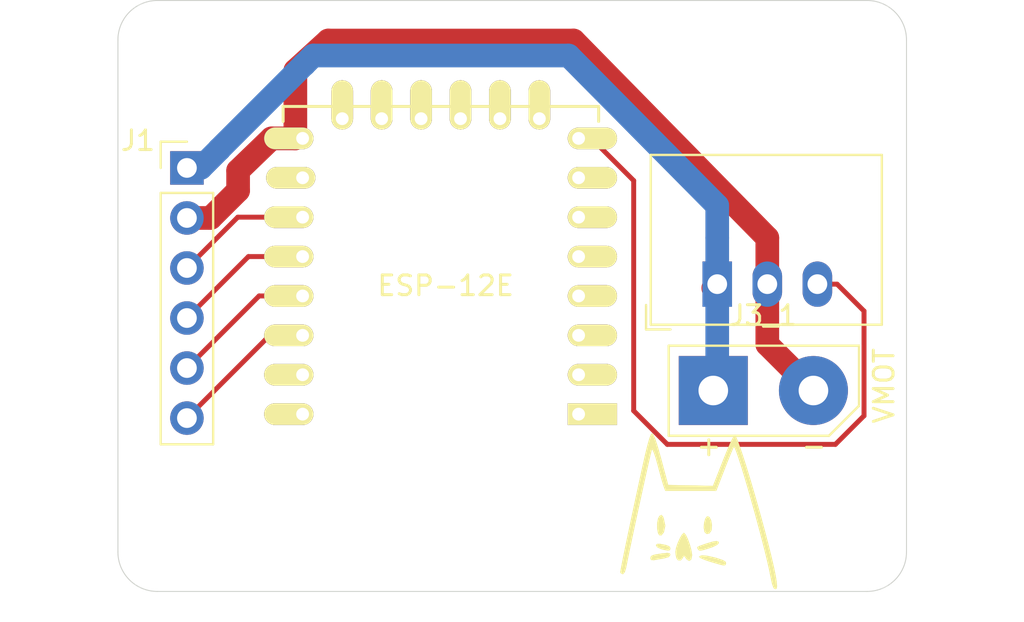
<source format=kicad_pcb>
(kicad_pcb (version 20171130) (host pcbnew "(5.1.5)-3")

  (general
    (thickness 1.6)
    (drawings 15)
    (tracks 42)
    (zones 0)
    (modules 9)
    (nets 8)
  )

  (page A4)
  (layers
    (0 F.Cu signal)
    (31 B.Cu signal)
    (32 B.Adhes user)
    (33 F.Adhes user)
    (34 B.Paste user)
    (35 F.Paste user)
    (36 B.SilkS user)
    (37 F.SilkS user)
    (38 B.Mask user)
    (39 F.Mask user)
    (40 Dwgs.User user)
    (41 Cmts.User user)
    (42 Eco1.User user)
    (43 Eco2.User user)
    (44 Edge.Cuts user)
    (45 Margin user)
    (46 B.CrtYd user)
    (47 F.CrtYd user)
    (48 B.Fab user)
    (49 F.Fab user)
  )

  (setup
    (last_trace_width 0.25)
    (trace_clearance 0.2)
    (zone_clearance 0.508)
    (zone_45_only no)
    (trace_min 0.2)
    (via_size 0.8)
    (via_drill 0.4)
    (via_min_size 0.4)
    (via_min_drill 0.3)
    (uvia_size 0.3)
    (uvia_drill 0.1)
    (uvias_allowed no)
    (uvia_min_size 0.2)
    (uvia_min_drill 0.1)
    (edge_width 0.05)
    (segment_width 0.2)
    (pcb_text_width 0.3)
    (pcb_text_size 1.5 1.5)
    (mod_edge_width 0.12)
    (mod_text_size 1 1)
    (mod_text_width 0.15)
    (pad_size 1.7 1.7)
    (pad_drill 1)
    (pad_to_mask_clearance 0.051)
    (solder_mask_min_width 0.25)
    (aux_axis_origin 50 100)
    (grid_origin 50 100)
    (visible_elements 7FFFFFFF)
    (pcbplotparams
      (layerselection 0x010f0_ffffffff)
      (usegerberextensions false)
      (usegerberattributes false)
      (usegerberadvancedattributes false)
      (creategerberjobfile false)
      (excludeedgelayer true)
      (linewidth 0.100000)
      (plotframeref false)
      (viasonmask false)
      (mode 1)
      (useauxorigin false)
      (hpglpennumber 1)
      (hpglpenspeed 20)
      (hpglpendiameter 15.000000)
      (psnegative false)
      (psa4output false)
      (plotreference true)
      (plotvalue true)
      (plotinvisibletext false)
      (padsonsilk false)
      (subtractmaskfromsilk false)
      (outputformat 1)
      (mirror false)
      (drillshape 0)
      (scaleselection 1)
      (outputdirectory "gerber/"))
  )

  (net 0 "")
  (net 1 GND)
  (net 2 DP4)
  (net 3 DP3)
  (net 4 DP2)
  (net 5 DP1)
  (net 6 VCC)
  (net 7 +3V3)

  (net_class Default "This is the default net class."
    (clearance 0.2)
    (trace_width 0.25)
    (via_dia 0.8)
    (via_drill 0.4)
    (uvia_dia 0.3)
    (uvia_drill 0.1)
    (add_net +3V3)
    (add_net DP1)
    (add_net DP2)
    (add_net DP3)
    (add_net DP4)
  )

  (net_class power ""
    (clearance 0.2)
    (trace_width 1.2)
    (via_dia 0.8)
    (via_drill 0.4)
    (uvia_dia 0.3)
    (uvia_drill 0.1)
    (add_net GND)
    (add_net VCC)
  )

  (module MountingHole:MountingHole_3.2mm_M3 (layer F.Cu) (tedit 56D1B4CB) (tstamp 5E922CF0)
    (at 53.5 103.5)
    (descr "Mounting Hole 3.2mm, no annular, M3")
    (tags "mounting hole 3.2mm no annular m3")
    (attr virtual)
    (fp_text reference hole1 (at 0 -4.2) (layer F.SilkS) hide
      (effects (font (size 1 1) (thickness 0.15)))
    )
    (fp_text value MountingHole_3.2mm_M3 (at 0 4.2) (layer F.Fab)
      (effects (font (size 1 1) (thickness 0.15)))
    )
    (fp_circle (center 0 0) (end 3.45 0) (layer F.CrtYd) (width 0.05))
    (fp_circle (center 0 0) (end 3.2 0) (layer Cmts.User) (width 0.15))
    (fp_text user %R (at 0.3 0) (layer F.Fab)
      (effects (font (size 1 1) (thickness 0.15)))
    )
    (pad 1 np_thru_hole circle (at 0 0) (size 3.2 3.2) (drill 3.2) (layers *.Cu *.Mask))
  )

  (module Connector_PinHeader_2.54mm:PinHeader_1x06_P2.54mm_Vertical (layer F.Cu) (tedit 5E92481F) (tstamp 5E920146)
    (at 53.5 108.5)
    (descr "Through hole straight pin header, 1x06, 2.54mm pitch, single row")
    (tags "Through hole pin header THT 1x06 2.54mm single row")
    (path /5E91ED64)
    (fp_text reference J1 (at -2.484 -1.388) (layer F.SilkS)
      (effects (font (size 1 1) (thickness 0.15)))
    )
    (fp_text value BridgeHeader (at 0 15.03) (layer F.Fab)
      (effects (font (size 1 1) (thickness 0.15)))
    )
    (fp_text user %R (at 0 6.35 90) (layer F.Fab)
      (effects (font (size 1 1) (thickness 0.15)))
    )
    (fp_line (start 1.8 -1.524) (end -1.8 -1.524) (layer F.CrtYd) (width 0.05))
    (fp_line (start 1.8 14.5) (end 1.8 -1.524) (layer F.CrtYd) (width 0.05))
    (fp_line (start -1.8 14.5) (end 1.8 14.5) (layer F.CrtYd) (width 0.05))
    (fp_line (start -1.8 -1.524) (end -1.8 14.5) (layer F.CrtYd) (width 0.05))
    (fp_line (start -1.33 -1.33) (end 0 -1.33) (layer F.SilkS) (width 0.12))
    (fp_line (start -1.33 0) (end -1.33 -1.33) (layer F.SilkS) (width 0.12))
    (fp_line (start -1.33 1.27) (end 1.33 1.27) (layer F.SilkS) (width 0.12))
    (fp_line (start 1.33 1.27) (end 1.33 14.03) (layer F.SilkS) (width 0.12))
    (fp_line (start -1.33 1.27) (end -1.33 14.03) (layer F.SilkS) (width 0.12))
    (fp_line (start -1.33 14.03) (end 1.33 14.03) (layer F.SilkS) (width 0.12))
    (fp_line (start -1.27 -0.635) (end -0.635 -1.27) (layer F.Fab) (width 0.1))
    (fp_line (start -1.27 13.97) (end -1.27 -0.635) (layer F.Fab) (width 0.1))
    (fp_line (start 1.27 13.97) (end -1.27 13.97) (layer F.Fab) (width 0.1))
    (fp_line (start 1.27 -1.27) (end 1.27 13.97) (layer F.Fab) (width 0.1))
    (fp_line (start -0.635 -1.27) (end 1.27 -1.27) (layer F.Fab) (width 0.1))
    (pad 6 thru_hole oval (at 0 12.7) (size 1.7 1.7) (drill 1) (layers *.Cu *.Mask)
      (net 2 DP4))
    (pad 5 thru_hole oval (at 0 10.16) (size 1.7 1.7) (drill 1) (layers *.Cu *.Mask)
      (net 3 DP3))
    (pad 4 thru_hole oval (at 0 7.62) (size 1.7 1.7) (drill 1) (layers *.Cu *.Mask)
      (net 4 DP2))
    (pad 3 thru_hole oval (at 0 5.08) (size 1.7 1.7) (drill 1) (layers *.Cu *.Mask)
      (net 5 DP1))
    (pad 2 thru_hole oval (at 0 2.54) (size 1.7 1.7) (drill 1) (layers *.Cu *.Mask)
      (net 1 GND))
    (pad 1 thru_hole rect (at 0 0) (size 1.7 1.7) (drill 1) (layers *.Cu *.Mask)
      (net 6 VCC))
    (model ${KISYS3DMOD}/Connector_PinHeader_2.54mm.3dshapes/PinHeader_1x06_P2.54mm_Vertical.wrl
      (at (xyz 0 0 0))
      (scale (xyz 1 1 1))
      (rotate (xyz 0 0 0))
    )
  )

  (module Symbol:wilmas_playground_8mm (layer F.Cu) (tedit 0) (tstamp 5E929762)
    (at 79.464 125.908)
    (fp_text reference G*** (at 0 0) (layer F.SilkS) hide
      (effects (font (size 1.524 1.524) (thickness 0.3)))
    )
    (fp_text value LOGO (at 0.75 0) (layer F.SilkS) hide
      (effects (font (size 1.524 1.524) (thickness 0.3)))
    )
    (fp_poly (pts (xy 0.547988 0.323839) (xy 0.628895 0.492109) (xy 0.667985 0.721588) (xy 0.650844 0.958465)
      (xy 0.637336 1.008639) (xy 0.53557 1.151214) (xy 0.39862 1.176808) (xy 0.290995 1.0746)
      (xy 0.288034 1.067237) (xy 0.251405 0.8542) (xy 0.26906 0.609863) (xy 0.329088 0.396793)
      (xy 0.419581 0.277559) (xy 0.439673 0.270592) (xy 0.547988 0.323839)) (layer F.SilkS) (width 0.01))
    (fp_poly (pts (xy -1.816385 0.289173) (xy -1.779403 0.377309) (xy -1.69762 0.756733) (xy -1.767254 1.079288)
      (xy -1.780979 1.106233) (xy -1.90087 1.251273) (xy -2.00909 1.232887) (xy -2.065275 1.136075)
      (xy -2.112829 0.899769) (xy -2.110542 0.625885) (xy -2.06435 0.384904) (xy -1.99107 0.255164)
      (xy -1.890802 0.206909) (xy -1.816385 0.289173)) (layer F.SilkS) (width 0.01))
    (fp_poly (pts (xy 0.996693 1.564558) (xy 1.016 1.635538) (xy 0.94185 1.719939) (xy 0.750537 1.820759)
      (xy 0.564058 1.889538) (xy 0.277012 1.978288) (xy 0.110331 2.019347) (xy 0.022975 2.016224)
      (xy -0.026098 1.972429) (xy -0.045815 1.9417) (xy -0.078952 1.876914) (xy -0.057917 1.828637)
      (xy 0.049404 1.77562) (xy 0.27512 1.696612) (xy 0.374916 1.663264) (xy 0.702663 1.563464)
      (xy 0.901316 1.530934) (xy 0.996693 1.564558)) (layer F.SilkS) (width 0.01))
    (fp_poly (pts (xy -1.669825 1.732562) (xy -1.499248 1.800153) (xy -1.440326 1.889679) (xy -1.439333 1.906613)
      (xy -1.466464 1.994813) (xy -1.56989 2.017585) (xy -1.782661 1.976884) (xy -1.931919 1.935786)
      (xy -2.108006 1.849637) (xy -2.17404 1.750658) (xy -2.122209 1.680529) (xy -1.980883 1.67455)
      (xy -1.669825 1.732562)) (layer F.SilkS) (width 0.01))
    (fp_poly (pts (xy -0.657507 1.21935) (xy -0.553981 1.43241) (xy -0.454105 1.707054) (xy -0.376455 1.991083)
      (xy -0.339606 2.232296) (xy -0.338736 2.264833) (xy -0.381272 2.471773) (xy -0.485331 2.544104)
      (xy -0.615384 2.468099) (xy -0.667433 2.391833) (xy -0.737975 2.288592) (xy -0.785216 2.33595)
      (xy -0.807698 2.391833) (xy -0.917567 2.521702) (xy -1.051956 2.513491) (xy -1.133942 2.406075)
      (xy -1.176178 2.212206) (xy -1.185333 2.078171) (xy -1.153605 1.88499) (xy -1.073386 1.64372)
      (xy -0.967125 1.403326) (xy -0.857271 1.212778) (xy -0.766271 1.121042) (xy -0.746106 1.120076)
      (xy -0.657507 1.21935)) (layer F.SilkS) (width 0.01))
    (fp_poly (pts (xy -1.472005 2.158623) (xy -1.439345 2.232476) (xy -1.439333 2.234642) (xy -1.520284 2.342478)
      (xy -1.753047 2.413427) (xy -1.756833 2.414041) (xy -2.022943 2.459077) (xy -2.247946 2.500743)
      (xy -2.264833 2.504158) (xy -2.418887 2.497307) (xy -2.455333 2.411956) (xy -2.438055 2.321657)
      (xy -2.362789 2.260464) (xy -2.194395 2.213962) (xy -1.89773 2.167733) (xy -1.8415 2.160132)
      (xy -1.59333 2.136866) (xy -1.472005 2.158623)) (layer F.SilkS) (width 0.01))
    (fp_poly (pts (xy 0.377583 2.273036) (xy 0.772672 2.358764) (xy 0.948035 2.407915) (xy 1.231911 2.505214)
      (xy 1.36888 2.5918) (xy 1.383477 2.67171) (xy 1.358984 2.735618) (xy 1.323084 2.769177)
      (xy 1.24239 2.769051) (xy 1.08351 2.731906) (xy 0.813054 2.654406) (xy 0.607474 2.594197)
      (xy 0.316773 2.498113) (xy 0.106906 2.407257) (xy 0.015432 2.338479) (xy 0.014807 2.328333)
      (xy 0.123223 2.262744) (xy 0.377583 2.273036)) (layer F.SilkS) (width 0.01))
    (fp_poly (pts (xy -2.299617 -3.861823) (xy -2.20248 -3.63346) (xy -2.077348 -3.247661) (xy -1.922707 -2.700179)
      (xy -1.902429 -2.624667) (xy -1.551641 -1.312333) (xy 0.719667 -1.267591) (xy 1.227667 -2.559962)
      (xy 1.402491 -2.992214) (xy 1.561826 -3.362964) (xy 1.693639 -3.645993) (xy 1.785899 -3.815077)
      (xy 1.820333 -3.851601) (xy 1.881798 -3.772424) (xy 1.979125 -3.548688) (xy 2.106692 -3.200009)
      (xy 2.258875 -2.746) (xy 2.430053 -2.206276) (xy 2.6146 -1.600452) (xy 2.806895 -0.948142)
      (xy 3.001314 -0.26896) (xy 3.192233 0.417479) (xy 3.374031 1.09156) (xy 3.541083 1.73367)
      (xy 3.687767 2.324193) (xy 3.808459 2.843516) (xy 3.897537 3.272023) (xy 3.945873 3.562645)
      (xy 3.969909 3.817434) (xy 3.950077 3.944027) (xy 3.880264 3.9793) (xy 3.8768 3.979333)
      (xy 3.794315 3.916545) (xy 3.718496 3.717262) (xy 3.643181 3.3655) (xy 3.570495 3.002087)
      (xy 3.466065 2.542384) (xy 3.335507 2.006287) (xy 3.184435 1.41369) (xy 3.018466 0.784491)
      (xy 2.843215 0.138585) (xy 2.664297 -0.504133) (xy 2.487328 -1.123765) (xy 2.317923 -1.700417)
      (xy 2.161698 -2.214192) (xy 2.024268 -2.645195) (xy 1.911248 -2.97353) (xy 1.828255 -3.1793)
      (xy 1.780903 -3.242611) (xy 1.778631 -3.240701) (xy 1.72951 -3.141317) (xy 1.632938 -2.914741)
      (xy 1.501719 -2.592029) (xy 1.348658 -2.204238) (xy 1.30653 -2.095717) (xy 0.889 -1.016434)
      (xy -0.404262 -1.016217) (xy -1.697525 -1.016) (xy -1.77688 -1.224719) (xy -1.830591 -1.391643)
      (xy -1.913211 -1.678243) (xy -2.012185 -2.040017) (xy -2.087873 -2.327253) (xy -2.185328 -2.675296)
      (xy -2.273637 -2.94006) (xy -2.342347 -3.093252) (xy -2.378262 -3.113368) (xy -2.406416 -3.013303)
      (xy -2.464627 -2.770376) (xy -2.547931 -2.407395) (xy -2.651367 -1.94717) (xy -2.769971 -1.41251)
      (xy -2.898779 -0.826224) (xy -3.03283 -0.211123) (xy -3.167161 0.409985) (xy -3.296808 1.014289)
      (xy -3.416808 1.578982) (xy -3.522199 2.081252) (xy -3.608018 2.498291) (xy -3.669302 2.807289)
      (xy -3.686617 2.899833) (xy -3.754464 3.116432) (xy -3.847069 3.215405) (xy -3.861756 3.217333)
      (xy -3.968301 3.156576) (xy -3.97974 3.1115) (xy -3.96246 2.995376) (xy -3.913014 2.733026)
      (xy -3.83542 2.343649) (xy -3.733695 1.846442) (xy -3.611855 1.260601) (xy -3.473918 0.605324)
      (xy -3.3239 -0.100191) (xy -3.165818 -0.836746) (xy -3.003689 -1.585146) (xy -2.85037 -2.286)
      (xy -2.709414 -2.90802) (xy -2.593997 -3.373634) (xy -2.501066 -3.693338) (xy -2.427568 -3.877627)
      (xy -2.370453 -3.936999) (xy -2.370273 -3.937) (xy -2.299617 -3.861823)) (layer F.SilkS) (width 0.01))
  )

  (module MountingHole:MountingHole_3.2mm_M3 (layer F.Cu) (tedit 56D1B4CB) (tstamp 5E92306E)
    (at 86.5 126.5)
    (descr "Mounting Hole 3.2mm, no annular, M3")
    (tags "mounting hole 3.2mm no annular m3")
    (attr virtual)
    (fp_text reference hole3 (at 0 -4.2) (layer F.SilkS) hide
      (effects (font (size 1 1) (thickness 0.15)))
    )
    (fp_text value MountingHole_3.2mm_M3 (at 0 4.2) (layer F.Fab)
      (effects (font (size 1 1) (thickness 0.15)))
    )
    (fp_circle (center 0 0) (end 3.45 0) (layer F.CrtYd) (width 0.05))
    (fp_circle (center 0 0) (end 3.2 0) (layer Cmts.User) (width 0.15))
    (fp_text user %R (at 0.3 0) (layer F.Fab)
      (effects (font (size 1 1) (thickness 0.15)))
    )
    (pad 1 np_thru_hole circle (at 0 0) (size 3.2 3.2) (drill 3.2) (layers *.Cu *.Mask))
  )

  (module MountingHole:MountingHole_3.2mm_M3 (layer F.Cu) (tedit 56D1B4CB) (tstamp 5E923049)
    (at 86.5 103.5)
    (descr "Mounting Hole 3.2mm, no annular, M3")
    (tags "mounting hole 3.2mm no annular m3")
    (attr virtual)
    (fp_text reference hole2 (at 0 -4.2) (layer F.SilkS) hide
      (effects (font (size 1 1) (thickness 0.15)))
    )
    (fp_text value MountingHole_3.2mm_M3 (at 0 4.2) (layer F.Fab)
      (effects (font (size 1 1) (thickness 0.15)))
    )
    (fp_text user %R (at 0.3 0) (layer F.Fab)
      (effects (font (size 1 1) (thickness 0.15)))
    )
    (fp_circle (center 0 0) (end 3.2 0) (layer Cmts.User) (width 0.15))
    (fp_circle (center 0 0) (end 3.45 0) (layer F.CrtYd) (width 0.05))
    (pad 1 np_thru_hole circle (at 0 0) (size 3.2 3.2) (drill 3.2) (layers *.Cu *.Mask))
  )

  (module MountingHole:MountingHole_3.2mm_M3 (layer F.Cu) (tedit 56D1B4CB) (tstamp 5E922CF9)
    (at 53.5 126.5)
    (descr "Mounting Hole 3.2mm, no annular, M3")
    (tags "mounting hole 3.2mm no annular m3")
    (attr virtual)
    (fp_text reference hole4 (at 0 -4.2) (layer F.SilkS) hide
      (effects (font (size 1 1) (thickness 0.15)))
    )
    (fp_text value MountingHole_3.2mm_M3 (at 0 4.2) (layer F.Fab)
      (effects (font (size 1 1) (thickness 0.15)))
    )
    (fp_text user %R (at 0.3 0) (layer F.Fab)
      (effects (font (size 1 1) (thickness 0.15)))
    )
    (fp_circle (center 0 0) (end 3.2 0) (layer Cmts.User) (width 0.15))
    (fp_circle (center 0 0) (end 3.45 0) (layer F.CrtYd) (width 0.05))
    (pad 1 np_thru_hole circle (at 0 0) (size 3.2 3.2) (drill 3.2) (layers *.Cu *.Mask))
  )

  (module Connector_Wire:SolderWirePad_1x02_P5.08mm_Drill1.5mm (layer F.Cu) (tedit 5AEE5F19) (tstamp 5E91D676)
    (at 80.2 119.8)
    (descr "Wire solder connection")
    (tags connector)
    (path /5E92CD7B)
    (attr virtual)
    (fp_text reference J3_1 (at 2.54 -3.81) (layer F.SilkS)
      (effects (font (size 1 1) (thickness 0.15)))
    )
    (fp_text value VMOT (at 8.662 -0.242 90) (layer F.SilkS)
      (effects (font (size 1 1) (thickness 0.15)))
    )
    (fp_line (start 7.33 2.25) (end -2.25 2.25) (layer F.CrtYd) (width 0.05))
    (fp_line (start 7.33 2.25) (end 7.33 -2.25) (layer F.CrtYd) (width 0.05))
    (fp_line (start -2.25 -2.25) (end -2.25 2.25) (layer F.CrtYd) (width 0.05))
    (fp_line (start -2.25 -2.25) (end 7.33 -2.25) (layer F.CrtYd) (width 0.05))
    (fp_text user %R (at 2.54 0) (layer F.Fab)
      (effects (font (size 1 1) (thickness 0.15)))
    )
    (pad 2 thru_hole circle (at 5.08 0) (size 3.50012 3.50012) (drill 1.50114) (layers *.Cu *.Mask)
      (net 1 GND))
    (pad 1 thru_hole rect (at 0 0) (size 3.50012 3.50012) (drill 1.50114) (layers *.Cu *.Mask)
      (net 6 VCC))
  )

  (module ESP:ESP-12E (layer F.Cu) (tedit 58B47889) (tstamp 5E91D7F9)
    (at 73.368 121 180)
    (descr "Module, ESP-8266, ESP-12, 16 pad, SMD")
    (tags "Module ESP-8266 ESP8266")
    (path /5E91B1E8)
    (fp_text reference U1 (at 6.35 2.54) (layer F.SilkS) hide
      (effects (font (size 1 1) (thickness 0.15)))
    )
    (fp_text value ESP-12E (at 6.744 6.522) (layer F.SilkS)
      (effects (font (size 1 1) (thickness 0.15)))
    )
    (fp_line (start -1.008 -8.4) (end 14.992 -8.4) (layer F.Fab) (width 0.05))
    (fp_line (start -1.008 15.6) (end -1.008 -8.4) (layer F.Fab) (width 0.05))
    (fp_line (start 14.992 15.6) (end -1.008 15.6) (layer F.Fab) (width 0.05))
    (fp_line (start 15 -8.4) (end 15 15.6) (layer F.Fab) (width 0.05))
    (fp_line (start -1.008 -2.6) (end 14.992 -2.6) (layer F.CrtYd) (width 0.1524))
    (fp_text user "No Copper" (at 6.892 -5.4) (layer F.CrtYd)
      (effects (font (size 1 1) (thickness 0.15)))
    )
    (fp_line (start -1.008 -8.4) (end 14.992 -2.6) (layer F.CrtYd) (width 0.1524))
    (fp_line (start 14.992 -8.4) (end -1.008 -2.6) (layer F.CrtYd) (width 0.1524))
    (fp_line (start 14.986 15.621) (end 14.986 14.859) (layer F.SilkS) (width 0.1524))
    (fp_line (start -1.016 15.621) (end 14.986 15.621) (layer F.SilkS) (width 0.1524))
    (fp_line (start -1.016 14.859) (end -1.016 15.621) (layer F.SilkS) (width 0.1524))
    (fp_line (start -1.016 -8.382) (end -1.016 -1.016) (layer F.CrtYd) (width 0.1524))
    (fp_line (start 14.986 -8.382) (end 14.986 -0.889) (layer F.CrtYd) (width 0.1524))
    (fp_line (start -1.016 -8.382) (end 14.986 -8.382) (layer F.CrtYd) (width 0.1524))
    (fp_line (start -2.25 16) (end -2.25 -0.5) (layer F.CrtYd) (width 0.05))
    (fp_line (start 16.25 16) (end -2.25 16) (layer F.CrtYd) (width 0.05))
    (fp_line (start 16.25 -8.75) (end 16.25 16) (layer F.CrtYd) (width 0.05))
    (fp_line (start 15.25 -8.75) (end 16.25 -8.75) (layer F.CrtYd) (width 0.05))
    (fp_line (start -2.25 -8.75) (end 15.25 -8.75) (layer F.CrtYd) (width 0.05))
    (fp_line (start -2.25 -0.5) (end -2.25 -8.75) (layer F.CrtYd) (width 0.05))
    (pad 22 thru_hole oval (at 11.99 15 270) (size 2.5 1.1) (drill 0.65 (offset -0.7 0)) (layers *.Cu *.Mask F.SilkS))
    (pad 21 thru_hole oval (at 9.99 15 270) (size 2.5 1.1) (drill 0.65 (offset -0.7 0)) (layers *.Cu *.Mask F.SilkS))
    (pad 20 thru_hole oval (at 7.99 15 270) (size 2.5 1.1) (drill 0.65 (offset -0.7 0)) (layers *.Cu *.Mask F.SilkS))
    (pad 19 thru_hole oval (at 5.99 15 270) (size 2.5 1.1) (drill 0.65 (offset -0.7 0)) (layers *.Cu *.Mask F.SilkS))
    (pad 18 thru_hole oval (at 3.99 15 270) (size 2.5 1.1) (drill 0.65 (offset -0.7 0)) (layers *.Cu *.Mask F.SilkS))
    (pad 17 thru_hole oval (at 1.99 15 270) (size 2.5 1.1) (drill 0.65 (offset -0.7 0)) (layers *.Cu *.Mask F.SilkS))
    (pad 16 thru_hole oval (at 14 0 180) (size 2.5 1.1) (drill 0.65 (offset 0.7 0)) (layers *.Cu *.Mask F.SilkS))
    (pad 15 thru_hole oval (at 14 2 180) (size 2.5 1.1) (drill 0.65 (offset 0.7 0)) (layers *.Cu *.Mask F.SilkS))
    (pad 14 thru_hole oval (at 14 4 180) (size 2.5 1.1) (drill 0.65 (offset 0.7 0)) (layers *.Cu *.Mask F.SilkS)
      (net 2 DP4))
    (pad 13 thru_hole oval (at 14 6 180) (size 2.5 1.1) (drill 0.65 (offset 0.7 0)) (layers *.Cu *.Mask F.SilkS)
      (net 3 DP3))
    (pad 12 thru_hole oval (at 14 8 180) (size 2.5 1.1) (drill 0.65 (offset 0.7 0)) (layers *.Cu *.Mask F.SilkS)
      (net 4 DP2))
    (pad 11 thru_hole oval (at 14 10 180) (size 2.5 1.1) (drill 0.65 (offset 0.7 0)) (layers *.Cu *.Mask F.SilkS)
      (net 5 DP1))
    (pad 10 thru_hole oval (at 14 12 180) (size 2.5 1.1) (drill 0.65 (offset 0.6 0)) (layers *.Cu *.Mask F.SilkS))
    (pad 9 thru_hole oval (at 14 14 180) (size 2.5 1.1) (drill 0.65 (offset 0.7 0)) (layers *.Cu *.Mask F.SilkS)
      (net 1 GND))
    (pad 8 thru_hole oval (at 0 14 180) (size 2.5 1.1) (drill 0.65 (offset -0.7 0)) (layers *.Cu *.Mask F.SilkS)
      (net 7 +3V3))
    (pad 7 thru_hole oval (at 0 12 180) (size 2.5 1.1) (drill 0.65 (offset -0.7 0)) (layers *.Cu *.Mask F.SilkS))
    (pad 6 thru_hole oval (at 0 10 180) (size 2.5 1.1) (drill 0.65 (offset -0.7 0)) (layers *.Cu *.Mask F.SilkS))
    (pad 5 thru_hole oval (at 0 8 180) (size 2.5 1.1) (drill 0.65 (offset -0.7 0)) (layers *.Cu *.Mask F.SilkS))
    (pad 4 thru_hole oval (at 0 6 180) (size 2.5 1.1) (drill 0.65 (offset -0.7 0)) (layers *.Cu *.Mask F.SilkS))
    (pad 3 thru_hole oval (at 0 4 180) (size 2.5 1.1) (drill 0.65 (offset -0.7 0)) (layers *.Cu *.Mask F.SilkS))
    (pad 2 thru_hole oval (at 0 2 180) (size 2.5 1.1) (drill 0.65 (offset -0.7 0)) (layers *.Cu *.Mask F.SilkS))
    (pad 1 thru_hole rect (at 0 0 180) (size 2.5 1.1) (drill 0.65 (offset -0.7 0)) (layers *.Cu *.Mask F.SilkS))
    (model ${ESPLIB}/ESP8266.3dshapes/ESP-12E.wrl
      (at (xyz 0 0 0))
      (scale (xyz 0.3937 0.3937 0.3937))
      (rotate (xyz 0 0 0))
    )
  )

  (module Converter_DCDC:Converter_DCDC_RECOM_R-78E-0.5_THT (layer F.Cu) (tedit 5B741BB0) (tstamp 5E920B9E)
    (at 80.4 114.4)
    (descr "DCDC-Converter, RECOM, RECOM_R-78E-0.5, SIP-3, pitch 2.54mm, package size 11.6x8.5x10.4mm^3, https://www.recom-power.com/pdf/Innoline/R-78Exx-0.5.pdf")
    (tags "dc-dc recom buck sip-3 pitch 2.54mm")
    (path /5E7F8E39)
    (fp_text reference Q2 (at 2.54 -7.56) (layer F.SilkS) hide
      (effects (font (size 1 1) (thickness 0.15)))
    )
    (fp_text value WE-FDSM3.3 (at 2.54 3) (layer F.Fab)
      (effects (font (size 1 1) (thickness 0.15)))
    )
    (fp_text user %R (at 2.54 -2.25) (layer F.Fab)
      (effects (font (size 1 1) (thickness 0.15)))
    )
    (fp_line (start 8.54 -6.75) (end -3.57 -6.75) (layer F.CrtYd) (width 0.05))
    (fp_line (start 8.54 2.25) (end 8.54 -6.75) (layer F.CrtYd) (width 0.05))
    (fp_line (start -3.57 2.25) (end 8.54 2.25) (layer F.CrtYd) (width 0.05))
    (fp_line (start -3.57 -6.75) (end -3.57 2.25) (layer F.CrtYd) (width 0.05))
    (fp_line (start -3.611 2.3) (end -2.371 2.3) (layer F.SilkS) (width 0.12))
    (fp_line (start -3.611 1.06) (end -3.611 2.3) (layer F.SilkS) (width 0.12))
    (fp_line (start 8.35 -6.56) (end 8.35 2.06) (layer F.SilkS) (width 0.12))
    (fp_line (start -3.371 -6.56) (end -3.371 2.06) (layer F.SilkS) (width 0.12))
    (fp_line (start -3.371 2.06) (end 8.35 2.06) (layer F.SilkS) (width 0.12))
    (fp_line (start -3.371 -6.56) (end 8.35 -6.56) (layer F.SilkS) (width 0.12))
    (fp_line (start -3.31 1) (end -3.31 -6.5) (layer F.Fab) (width 0.1))
    (fp_line (start -2.31 2) (end -3.31 1) (layer F.Fab) (width 0.1))
    (fp_line (start 8.29 2) (end -2.31 2) (layer F.Fab) (width 0.1))
    (fp_line (start 8.29 -6.5) (end 8.29 2) (layer F.Fab) (width 0.1))
    (fp_line (start -3.31 -6.5) (end 8.29 -6.5) (layer F.Fab) (width 0.1))
    (pad 3 thru_hole oval (at 5.08 0) (size 1.5 2.3) (drill 1) (layers *.Cu *.Mask)
      (net 7 +3V3))
    (pad 2 thru_hole oval (at 2.54 0) (size 1.5 2.3) (drill 1) (layers *.Cu *.Mask)
      (net 1 GND))
    (pad 1 thru_hole rect (at 0 0) (size 1.5 2.3) (drill 1) (layers *.Cu *.Mask)
      (net 6 VCC))
    (model ${KISYS3DMOD}/Converter_DCDC.3dshapes/Converter_DCDC_RECOM_R-78E-0.5_THT.wrl
      (at (xyz 0 0 0))
      (scale (xyz 1 1 1))
      (rotate (xyz 0 0 0))
    )
  )

  (gr_text - (at 85.306 122.606) (layer F.SilkS)
    (effects (font (size 1 1) (thickness 0.15)))
  )
  (gr_text + (at 79.972 122.606) (layer F.SilkS)
    (effects (font (size 1 1) (thickness 0.15)))
  )
  (gr_line (start 87.592 117.526) (end 87.592 120.574) (layer F.SilkS) (width 0.12))
  (gr_line (start 77.94 117.526) (end 87.592 117.526) (layer F.SilkS) (width 0.12))
  (gr_line (start 86.068 122.098) (end 87.592 120.574) (layer F.SilkS) (width 0.12))
  (gr_line (start 77.94 122.098) (end 86.068 122.098) (layer F.SilkS) (width 0.12))
  (gr_line (start 77.94 117.526) (end 77.94 122.098) (layer F.SilkS) (width 0.12))
  (gr_arc (start 52 102) (end 52 100) (angle -90) (layer Edge.Cuts) (width 0.05))
  (gr_arc (start 52 128) (end 50 128) (angle -90) (layer Edge.Cuts) (width 0.05))
  (gr_arc (start 88 128) (end 88 130) (angle -90) (layer Edge.Cuts) (width 0.05))
  (gr_arc (start 88 102) (end 90 102) (angle -90) (layer Edge.Cuts) (width 0.05))
  (gr_line (start 50 128) (end 50 102) (layer Edge.Cuts) (width 0.05) (tstamp 5E9205DB))
  (gr_line (start 88 130) (end 52 130) (layer Edge.Cuts) (width 0.05))
  (gr_line (start 90 102) (end 90 128) (layer Edge.Cuts) (width 0.05))
  (gr_line (start 52 100) (end 88 100) (layer Edge.Cuts) (width 0.05))

  (segment (start 60.668 102.032) (end 73.114 102.032) (width 1.2) (layer F.Cu) (net 1))
  (segment (start 82.94 112.05) (end 82.94 114.4) (width 1.2) (layer F.Cu) (net 1))
  (segment (start 73.114 102.032) (end 82.94 112.05) (width 1.2) (layer F.Cu) (net 1))
  (segment (start 59 107) (end 59 103.556) (width 1.2) (layer F.Cu) (net 1))
  (segment (start 59 103.556) (end 60.668 102.032) (width 1.2) (layer F.Cu) (net 1))
  (segment (start 82.94 117.46) (end 85.28 119.8) (width 1.2) (layer F.Cu) (net 1))
  (segment (start 82.94 114.4) (end 82.94 117.46) (width 1.2) (layer F.Cu) (net 1))
  (segment (start 57.790798 107) (end 59 107) (width 1.2) (layer F.Cu) (net 1))
  (segment (start 56.096 108.636) (end 57.790798 107) (width 1.2) (layer F.Cu) (net 1))
  (segment (start 56.096 109.652) (end 56.096 108.636) (width 1.2) (layer F.Cu) (net 1))
  (segment (start 53.5 111.04) (end 54.702081 111.04) (width 1.2) (layer F.Cu) (net 1))
  (segment (start 54.702081 111.04) (end 56.096 109.652) (width 1.2) (layer F.Cu) (net 1))
  (segment (start 57.7 117) (end 59 117) (width 0.25) (layer F.Cu) (net 2))
  (segment (start 53.5 121.2) (end 57.7 117) (width 0.25) (layer F.Cu) (net 2))
  (segment (start 57.16 115) (end 59 115) (width 0.25) (layer F.Cu) (net 3))
  (segment (start 53.5 118.66) (end 57.16 115) (width 0.25) (layer F.Cu) (net 3))
  (segment (start 56.62 113) (end 59 113) (width 0.25) (layer F.Cu) (net 4))
  (segment (start 53.5 116.12) (end 56.62 113) (width 0.25) (layer F.Cu) (net 4))
  (segment (start 56.08 111) (end 59 111) (width 0.25) (layer F.Cu) (net 5))
  (segment (start 53.5 113.58) (end 56.08 111) (width 0.25) (layer F.Cu) (net 5))
  (segment (start 80.2 114.6) (end 80.4 114.4) (width 1.2) (layer F.Cu) (net 6))
  (segment (start 80.4 119.6) (end 80.2 119.8) (width 1.2) (layer B.Cu) (net 6))
  (segment (start 80.4 114.4) (end 80.4 119.6) (width 1.2) (layer B.Cu) (net 6))
  (segment (start 80.4 110.414) (end 80.4 112.05) (width 1.2) (layer B.Cu) (net 6))
  (segment (start 59.906 102.794) (end 72.86 102.794) (width 1.2) (layer B.Cu) (net 6))
  (segment (start 80.4 112.05) (end 80.4 114.4) (width 1.2) (layer B.Cu) (net 6))
  (segment (start 72.86 102.794) (end 80.4 110.414) (width 1.2) (layer B.Cu) (net 6))
  (segment (start 59.45001 103.24999) (end 59.906 102.794) (width 1.2) (layer B.Cu) (net 6))
  (segment (start 54.2 108.5) (end 55.140808 107.559192) (width 1.2) (layer B.Cu) (net 6))
  (segment (start 55.140808 107.54999) (end 59.440808 103.24999) (width 1.2) (layer B.Cu) (net 6))
  (segment (start 53.5 108.5) (end 54.2 108.5) (width 1.2) (layer B.Cu) (net 6))
  (segment (start 59.440808 103.24999) (end 59.45001 103.24999) (width 1.2) (layer B.Cu) (net 6))
  (segment (start 55.140808 107.559192) (end 55.140808 107.54999) (width 1.2) (layer B.Cu) (net 6))
  (segment (start 74.018 107) (end 73 107) (width 0.25) (layer F.Cu) (net 7))
  (segment (start 76.162 109.144) (end 74.018 107) (width 0.25) (layer F.Cu) (net 7))
  (segment (start 77.86899 122.53499) (end 76.162 120.828) (width 0.25) (layer F.Cu) (net 7))
  (segment (start 87.846 115.766) (end 87.846 121.082) (width 0.25) (layer F.Cu) (net 7))
  (segment (start 86.39301 122.53499) (end 77.86899 122.53499) (width 0.25) (layer F.Cu) (net 7))
  (segment (start 76.162 120.828) (end 76.162 109.144) (width 0.25) (layer F.Cu) (net 7))
  (segment (start 85.48 114.4) (end 86.48 114.4) (width 0.25) (layer F.Cu) (net 7))
  (segment (start 86.48 114.4) (end 87.846 115.766) (width 0.25) (layer F.Cu) (net 7))
  (segment (start 87.846 121.082) (end 86.39301 122.53499) (width 0.25) (layer F.Cu) (net 7))

)

</source>
